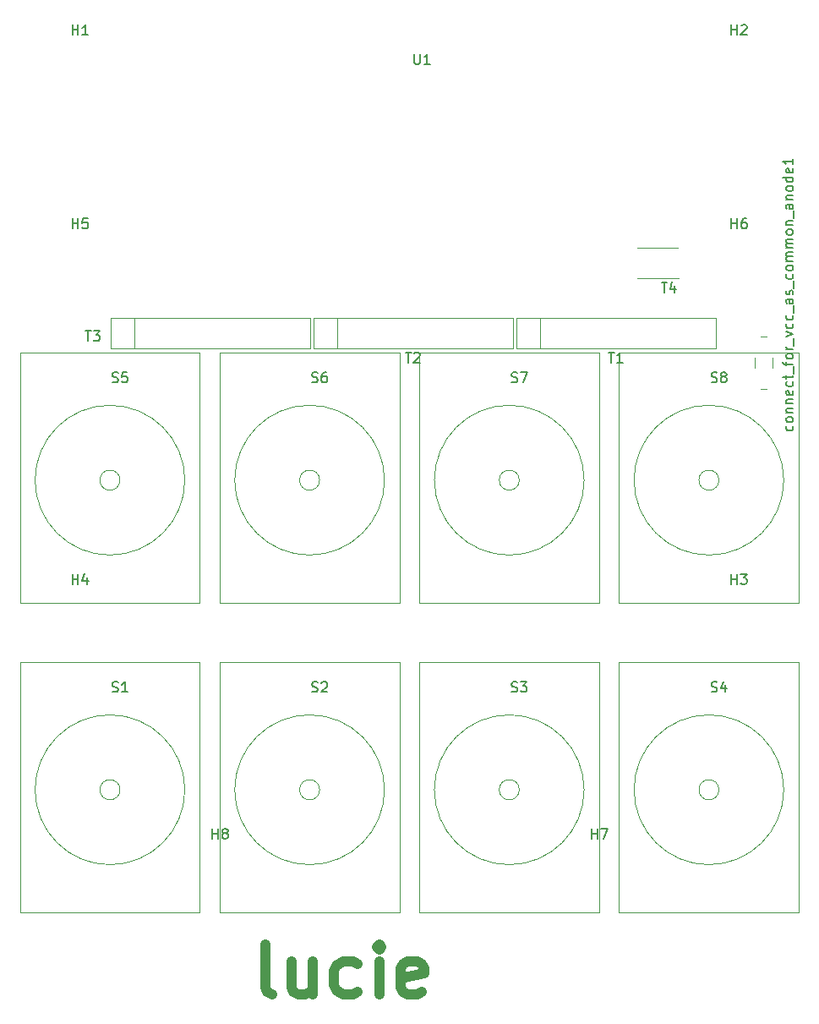
<source format=gbr>
%TF.GenerationSoftware,KiCad,Pcbnew,(6.0.0)*%
%TF.CreationDate,2022-11-14T01:45:54-08:00*%
%TF.ProjectId,button_pcb,62757474-6f6e-45f7-9063-622e6b696361,rev?*%
%TF.SameCoordinates,Original*%
%TF.FileFunction,Legend,Top*%
%TF.FilePolarity,Positive*%
%FSLAX46Y46*%
G04 Gerber Fmt 4.6, Leading zero omitted, Abs format (unit mm)*
G04 Created by KiCad (PCBNEW (6.0.0)) date 2022-11-14 01:45:54*
%MOMM*%
%LPD*%
G01*
G04 APERTURE LIST*
%ADD10C,1.000000*%
%ADD11C,0.150000*%
%ADD12C,0.120000*%
%ADD13C,0.100000*%
G04 APERTURE END LIST*
D10*
X25257142Y-97261904D02*
X24780952Y-97023809D01*
X24542857Y-96547619D01*
X24542857Y-92261904D01*
X29304761Y-93928571D02*
X29304761Y-97261904D01*
X27161904Y-93928571D02*
X27161904Y-96547619D01*
X27400000Y-97023809D01*
X27876190Y-97261904D01*
X28590476Y-97261904D01*
X29066666Y-97023809D01*
X29304761Y-96785714D01*
X33828571Y-97023809D02*
X33352380Y-97261904D01*
X32400000Y-97261904D01*
X31923809Y-97023809D01*
X31685714Y-96785714D01*
X31447619Y-96309523D01*
X31447619Y-94880952D01*
X31685714Y-94404761D01*
X31923809Y-94166666D01*
X32400000Y-93928571D01*
X33352380Y-93928571D01*
X33828571Y-94166666D01*
X35971428Y-97261904D02*
X35971428Y-93928571D01*
X35971428Y-92261904D02*
X35733333Y-92500000D01*
X35971428Y-92738095D01*
X36209523Y-92500000D01*
X35971428Y-92261904D01*
X35971428Y-92738095D01*
X40257142Y-97023809D02*
X39780952Y-97261904D01*
X38828571Y-97261904D01*
X38352380Y-97023809D01*
X38114285Y-96547619D01*
X38114285Y-94642857D01*
X38352380Y-94166666D01*
X38828571Y-93928571D01*
X39780952Y-93928571D01*
X40257142Y-94166666D01*
X40495238Y-94642857D01*
X40495238Y-95119047D01*
X38114285Y-95595238D01*
D11*
%TO.C,S8*%
X69238095Y-35904761D02*
X69380952Y-35952380D01*
X69619047Y-35952380D01*
X69714285Y-35904761D01*
X69761904Y-35857142D01*
X69809523Y-35761904D01*
X69809523Y-35666666D01*
X69761904Y-35571428D01*
X69714285Y-35523809D01*
X69619047Y-35476190D01*
X69428571Y-35428571D01*
X69333333Y-35380952D01*
X69285714Y-35333333D01*
X69238095Y-35238095D01*
X69238095Y-35142857D01*
X69285714Y-35047619D01*
X69333333Y-35000000D01*
X69428571Y-34952380D01*
X69666666Y-34952380D01*
X69809523Y-35000000D01*
X70380952Y-35380952D02*
X70285714Y-35333333D01*
X70238095Y-35285714D01*
X70190476Y-35190476D01*
X70190476Y-35142857D01*
X70238095Y-35047619D01*
X70285714Y-35000000D01*
X70380952Y-34952380D01*
X70571428Y-34952380D01*
X70666666Y-35000000D01*
X70714285Y-35047619D01*
X70761904Y-35142857D01*
X70761904Y-35190476D01*
X70714285Y-35285714D01*
X70666666Y-35333333D01*
X70571428Y-35380952D01*
X70380952Y-35380952D01*
X70285714Y-35428571D01*
X70238095Y-35476190D01*
X70190476Y-35571428D01*
X70190476Y-35761904D01*
X70238095Y-35857142D01*
X70285714Y-35904761D01*
X70380952Y-35952380D01*
X70571428Y-35952380D01*
X70666666Y-35904761D01*
X70714285Y-35857142D01*
X70761904Y-35761904D01*
X70761904Y-35571428D01*
X70714285Y-35476190D01*
X70666666Y-35428571D01*
X70571428Y-35380952D01*
%TO.C,H6*%
X71238095Y-20552380D02*
X71238095Y-19552380D01*
X71238095Y-20028571D02*
X71809523Y-20028571D01*
X71809523Y-20552380D02*
X71809523Y-19552380D01*
X72714285Y-19552380D02*
X72523809Y-19552380D01*
X72428571Y-19600000D01*
X72380952Y-19647619D01*
X72285714Y-19790476D01*
X72238095Y-19980952D01*
X72238095Y-20361904D01*
X72285714Y-20457142D01*
X72333333Y-20504761D01*
X72428571Y-20552380D01*
X72619047Y-20552380D01*
X72714285Y-20504761D01*
X72761904Y-20457142D01*
X72809523Y-20361904D01*
X72809523Y-20123809D01*
X72761904Y-20028571D01*
X72714285Y-19980952D01*
X72619047Y-19933333D01*
X72428571Y-19933333D01*
X72333333Y-19980952D01*
X72285714Y-20028571D01*
X72238095Y-20123809D01*
%TO.C,S1*%
X9238095Y-66904761D02*
X9380952Y-66952380D01*
X9619047Y-66952380D01*
X9714285Y-66904761D01*
X9761904Y-66857142D01*
X9809523Y-66761904D01*
X9809523Y-66666666D01*
X9761904Y-66571428D01*
X9714285Y-66523809D01*
X9619047Y-66476190D01*
X9428571Y-66428571D01*
X9333333Y-66380952D01*
X9285714Y-66333333D01*
X9238095Y-66238095D01*
X9238095Y-66142857D01*
X9285714Y-66047619D01*
X9333333Y-66000000D01*
X9428571Y-65952380D01*
X9666666Y-65952380D01*
X9809523Y-66000000D01*
X10761904Y-66952380D02*
X10190476Y-66952380D01*
X10476190Y-66952380D02*
X10476190Y-65952380D01*
X10380952Y-66095238D01*
X10285714Y-66190476D01*
X10190476Y-66238095D01*
%TO.C,H5*%
X5238095Y-20552380D02*
X5238095Y-19552380D01*
X5238095Y-20028571D02*
X5809523Y-20028571D01*
X5809523Y-20552380D02*
X5809523Y-19552380D01*
X6761904Y-19552380D02*
X6285714Y-19552380D01*
X6238095Y-20028571D01*
X6285714Y-19980952D01*
X6380952Y-19933333D01*
X6619047Y-19933333D01*
X6714285Y-19980952D01*
X6761904Y-20028571D01*
X6809523Y-20123809D01*
X6809523Y-20361904D01*
X6761904Y-20457142D01*
X6714285Y-20504761D01*
X6619047Y-20552380D01*
X6380952Y-20552380D01*
X6285714Y-20504761D01*
X6238095Y-20457142D01*
%TO.C,S4*%
X69238095Y-66904761D02*
X69380952Y-66952380D01*
X69619047Y-66952380D01*
X69714285Y-66904761D01*
X69761904Y-66857142D01*
X69809523Y-66761904D01*
X69809523Y-66666666D01*
X69761904Y-66571428D01*
X69714285Y-66523809D01*
X69619047Y-66476190D01*
X69428571Y-66428571D01*
X69333333Y-66380952D01*
X69285714Y-66333333D01*
X69238095Y-66238095D01*
X69238095Y-66142857D01*
X69285714Y-66047619D01*
X69333333Y-66000000D01*
X69428571Y-65952380D01*
X69666666Y-65952380D01*
X69809523Y-66000000D01*
X70666666Y-66285714D02*
X70666666Y-66952380D01*
X70428571Y-65904761D02*
X70190476Y-66619047D01*
X70809523Y-66619047D01*
%TO.C,H8*%
X19238095Y-81652380D02*
X19238095Y-80652380D01*
X19238095Y-81128571D02*
X19809523Y-81128571D01*
X19809523Y-81652380D02*
X19809523Y-80652380D01*
X20428571Y-81080952D02*
X20333333Y-81033333D01*
X20285714Y-80985714D01*
X20238095Y-80890476D01*
X20238095Y-80842857D01*
X20285714Y-80747619D01*
X20333333Y-80700000D01*
X20428571Y-80652380D01*
X20619047Y-80652380D01*
X20714285Y-80700000D01*
X20761904Y-80747619D01*
X20809523Y-80842857D01*
X20809523Y-80890476D01*
X20761904Y-80985714D01*
X20714285Y-81033333D01*
X20619047Y-81080952D01*
X20428571Y-81080952D01*
X20333333Y-81128571D01*
X20285714Y-81176190D01*
X20238095Y-81271428D01*
X20238095Y-81461904D01*
X20285714Y-81557142D01*
X20333333Y-81604761D01*
X20428571Y-81652380D01*
X20619047Y-81652380D01*
X20714285Y-81604761D01*
X20761904Y-81557142D01*
X20809523Y-81461904D01*
X20809523Y-81271428D01*
X20761904Y-81176190D01*
X20714285Y-81128571D01*
X20619047Y-81080952D01*
%TO.C,U1*%
X39481745Y-3087780D02*
X39481745Y-3897304D01*
X39529364Y-3992542D01*
X39576983Y-4040161D01*
X39672221Y-4087780D01*
X39862697Y-4087780D01*
X39957935Y-4040161D01*
X40005554Y-3992542D01*
X40053173Y-3897304D01*
X40053173Y-3087780D01*
X41053173Y-4087780D02*
X40481745Y-4087780D01*
X40767459Y-4087780D02*
X40767459Y-3087780D01*
X40672221Y-3230638D01*
X40576983Y-3325876D01*
X40481745Y-3373495D01*
%TO.C,connect_for_vcc_as_common_anode1*%
X77366761Y-40320857D02*
X77414380Y-40416095D01*
X77414380Y-40606571D01*
X77366761Y-40701809D01*
X77319142Y-40749428D01*
X77223904Y-40797047D01*
X76938190Y-40797047D01*
X76842952Y-40749428D01*
X76795333Y-40701809D01*
X76747714Y-40606571D01*
X76747714Y-40416095D01*
X76795333Y-40320857D01*
X77414380Y-39749428D02*
X77366761Y-39844666D01*
X77319142Y-39892285D01*
X77223904Y-39939904D01*
X76938190Y-39939904D01*
X76842952Y-39892285D01*
X76795333Y-39844666D01*
X76747714Y-39749428D01*
X76747714Y-39606571D01*
X76795333Y-39511333D01*
X76842952Y-39463714D01*
X76938190Y-39416095D01*
X77223904Y-39416095D01*
X77319142Y-39463714D01*
X77366761Y-39511333D01*
X77414380Y-39606571D01*
X77414380Y-39749428D01*
X76747714Y-38987523D02*
X77414380Y-38987523D01*
X76842952Y-38987523D02*
X76795333Y-38939904D01*
X76747714Y-38844666D01*
X76747714Y-38701809D01*
X76795333Y-38606571D01*
X76890571Y-38558952D01*
X77414380Y-38558952D01*
X76747714Y-38082761D02*
X77414380Y-38082761D01*
X76842952Y-38082761D02*
X76795333Y-38035142D01*
X76747714Y-37939904D01*
X76747714Y-37797047D01*
X76795333Y-37701809D01*
X76890571Y-37654190D01*
X77414380Y-37654190D01*
X77366761Y-36797047D02*
X77414380Y-36892285D01*
X77414380Y-37082761D01*
X77366761Y-37178000D01*
X77271523Y-37225619D01*
X76890571Y-37225619D01*
X76795333Y-37178000D01*
X76747714Y-37082761D01*
X76747714Y-36892285D01*
X76795333Y-36797047D01*
X76890571Y-36749428D01*
X76985809Y-36749428D01*
X77081047Y-37225619D01*
X77366761Y-35892285D02*
X77414380Y-35987523D01*
X77414380Y-36178000D01*
X77366761Y-36273238D01*
X77319142Y-36320857D01*
X77223904Y-36368476D01*
X76938190Y-36368476D01*
X76842952Y-36320857D01*
X76795333Y-36273238D01*
X76747714Y-36178000D01*
X76747714Y-35987523D01*
X76795333Y-35892285D01*
X76747714Y-35606571D02*
X76747714Y-35225619D01*
X76414380Y-35463714D02*
X77271523Y-35463714D01*
X77366761Y-35416095D01*
X77414380Y-35320857D01*
X77414380Y-35225619D01*
X77509619Y-35130380D02*
X77509619Y-34368476D01*
X76747714Y-34273238D02*
X76747714Y-33892285D01*
X77414380Y-34130380D02*
X76557238Y-34130380D01*
X76462000Y-34082761D01*
X76414380Y-33987523D01*
X76414380Y-33892285D01*
X77414380Y-33416095D02*
X77366761Y-33511333D01*
X77319142Y-33558952D01*
X77223904Y-33606571D01*
X76938190Y-33606571D01*
X76842952Y-33558952D01*
X76795333Y-33511333D01*
X76747714Y-33416095D01*
X76747714Y-33273238D01*
X76795333Y-33178000D01*
X76842952Y-33130380D01*
X76938190Y-33082761D01*
X77223904Y-33082761D01*
X77319142Y-33130380D01*
X77366761Y-33178000D01*
X77414380Y-33273238D01*
X77414380Y-33416095D01*
X77414380Y-32654190D02*
X76747714Y-32654190D01*
X76938190Y-32654190D02*
X76842952Y-32606571D01*
X76795333Y-32558952D01*
X76747714Y-32463714D01*
X76747714Y-32368476D01*
X77509619Y-32273238D02*
X77509619Y-31511333D01*
X76747714Y-31368476D02*
X77414380Y-31130380D01*
X76747714Y-30892285D01*
X77366761Y-30082761D02*
X77414380Y-30178000D01*
X77414380Y-30368476D01*
X77366761Y-30463714D01*
X77319142Y-30511333D01*
X77223904Y-30558952D01*
X76938190Y-30558952D01*
X76842952Y-30511333D01*
X76795333Y-30463714D01*
X76747714Y-30368476D01*
X76747714Y-30178000D01*
X76795333Y-30082761D01*
X77366761Y-29225619D02*
X77414380Y-29320857D01*
X77414380Y-29511333D01*
X77366761Y-29606571D01*
X77319142Y-29654190D01*
X77223904Y-29701809D01*
X76938190Y-29701809D01*
X76842952Y-29654190D01*
X76795333Y-29606571D01*
X76747714Y-29511333D01*
X76747714Y-29320857D01*
X76795333Y-29225619D01*
X77509619Y-29035142D02*
X77509619Y-28273238D01*
X77414380Y-27606571D02*
X76890571Y-27606571D01*
X76795333Y-27654190D01*
X76747714Y-27749428D01*
X76747714Y-27939904D01*
X76795333Y-28035142D01*
X77366761Y-27606571D02*
X77414380Y-27701809D01*
X77414380Y-27939904D01*
X77366761Y-28035142D01*
X77271523Y-28082761D01*
X77176285Y-28082761D01*
X77081047Y-28035142D01*
X77033428Y-27939904D01*
X77033428Y-27701809D01*
X76985809Y-27606571D01*
X77366761Y-27178000D02*
X77414380Y-27082761D01*
X77414380Y-26892285D01*
X77366761Y-26797047D01*
X77271523Y-26749428D01*
X77223904Y-26749428D01*
X77128666Y-26797047D01*
X77081047Y-26892285D01*
X77081047Y-27035142D01*
X77033428Y-27130380D01*
X76938190Y-27178000D01*
X76890571Y-27178000D01*
X76795333Y-27130380D01*
X76747714Y-27035142D01*
X76747714Y-26892285D01*
X76795333Y-26797047D01*
X77509619Y-26558952D02*
X77509619Y-25797047D01*
X77366761Y-25130380D02*
X77414380Y-25225619D01*
X77414380Y-25416095D01*
X77366761Y-25511333D01*
X77319142Y-25558952D01*
X77223904Y-25606571D01*
X76938190Y-25606571D01*
X76842952Y-25558952D01*
X76795333Y-25511333D01*
X76747714Y-25416095D01*
X76747714Y-25225619D01*
X76795333Y-25130380D01*
X77414380Y-24558952D02*
X77366761Y-24654190D01*
X77319142Y-24701809D01*
X77223904Y-24749428D01*
X76938190Y-24749428D01*
X76842952Y-24701809D01*
X76795333Y-24654190D01*
X76747714Y-24558952D01*
X76747714Y-24416095D01*
X76795333Y-24320857D01*
X76842952Y-24273238D01*
X76938190Y-24225619D01*
X77223904Y-24225619D01*
X77319142Y-24273238D01*
X77366761Y-24320857D01*
X77414380Y-24416095D01*
X77414380Y-24558952D01*
X77414380Y-23797047D02*
X76747714Y-23797047D01*
X76842952Y-23797047D02*
X76795333Y-23749428D01*
X76747714Y-23654190D01*
X76747714Y-23511333D01*
X76795333Y-23416095D01*
X76890571Y-23368476D01*
X77414380Y-23368476D01*
X76890571Y-23368476D02*
X76795333Y-23320857D01*
X76747714Y-23225619D01*
X76747714Y-23082761D01*
X76795333Y-22987523D01*
X76890571Y-22939904D01*
X77414380Y-22939904D01*
X77414380Y-22463714D02*
X76747714Y-22463714D01*
X76842952Y-22463714D02*
X76795333Y-22416095D01*
X76747714Y-22320857D01*
X76747714Y-22178000D01*
X76795333Y-22082761D01*
X76890571Y-22035142D01*
X77414380Y-22035142D01*
X76890571Y-22035142D02*
X76795333Y-21987523D01*
X76747714Y-21892285D01*
X76747714Y-21749428D01*
X76795333Y-21654190D01*
X76890571Y-21606571D01*
X77414380Y-21606571D01*
X77414380Y-20987523D02*
X77366761Y-21082761D01*
X77319142Y-21130380D01*
X77223904Y-21178000D01*
X76938190Y-21178000D01*
X76842952Y-21130380D01*
X76795333Y-21082761D01*
X76747714Y-20987523D01*
X76747714Y-20844666D01*
X76795333Y-20749428D01*
X76842952Y-20701809D01*
X76938190Y-20654190D01*
X77223904Y-20654190D01*
X77319142Y-20701809D01*
X77366761Y-20749428D01*
X77414380Y-20844666D01*
X77414380Y-20987523D01*
X76747714Y-20225619D02*
X77414380Y-20225619D01*
X76842952Y-20225619D02*
X76795333Y-20178000D01*
X76747714Y-20082761D01*
X76747714Y-19939904D01*
X76795333Y-19844666D01*
X76890571Y-19797047D01*
X77414380Y-19797047D01*
X77509619Y-19558952D02*
X77509619Y-18797047D01*
X77414380Y-18130380D02*
X76890571Y-18130380D01*
X76795333Y-18178000D01*
X76747714Y-18273238D01*
X76747714Y-18463714D01*
X76795333Y-18558952D01*
X77366761Y-18130380D02*
X77414380Y-18225619D01*
X77414380Y-18463714D01*
X77366761Y-18558952D01*
X77271523Y-18606571D01*
X77176285Y-18606571D01*
X77081047Y-18558952D01*
X77033428Y-18463714D01*
X77033428Y-18225619D01*
X76985809Y-18130380D01*
X76747714Y-17654190D02*
X77414380Y-17654190D01*
X76842952Y-17654190D02*
X76795333Y-17606571D01*
X76747714Y-17511333D01*
X76747714Y-17368476D01*
X76795333Y-17273238D01*
X76890571Y-17225619D01*
X77414380Y-17225619D01*
X77414380Y-16606571D02*
X77366761Y-16701809D01*
X77319142Y-16749428D01*
X77223904Y-16797047D01*
X76938190Y-16797047D01*
X76842952Y-16749428D01*
X76795333Y-16701809D01*
X76747714Y-16606571D01*
X76747714Y-16463714D01*
X76795333Y-16368476D01*
X76842952Y-16320857D01*
X76938190Y-16273238D01*
X77223904Y-16273238D01*
X77319142Y-16320857D01*
X77366761Y-16368476D01*
X77414380Y-16463714D01*
X77414380Y-16606571D01*
X77414380Y-15416095D02*
X76414380Y-15416095D01*
X77366761Y-15416095D02*
X77414380Y-15511333D01*
X77414380Y-15701809D01*
X77366761Y-15797047D01*
X77319142Y-15844666D01*
X77223904Y-15892285D01*
X76938190Y-15892285D01*
X76842952Y-15844666D01*
X76795333Y-15797047D01*
X76747714Y-15701809D01*
X76747714Y-15511333D01*
X76795333Y-15416095D01*
X77366761Y-14558952D02*
X77414380Y-14654190D01*
X77414380Y-14844666D01*
X77366761Y-14939904D01*
X77271523Y-14987523D01*
X76890571Y-14987523D01*
X76795333Y-14939904D01*
X76747714Y-14844666D01*
X76747714Y-14654190D01*
X76795333Y-14558952D01*
X76890571Y-14511333D01*
X76985809Y-14511333D01*
X77081047Y-14987523D01*
X77414380Y-13558952D02*
X77414380Y-14130380D01*
X77414380Y-13844666D02*
X76414380Y-13844666D01*
X76557238Y-13939904D01*
X76652476Y-14035142D01*
X76700095Y-14130380D01*
%TO.C,S7*%
X49238095Y-35904761D02*
X49380952Y-35952380D01*
X49619047Y-35952380D01*
X49714285Y-35904761D01*
X49761904Y-35857142D01*
X49809523Y-35761904D01*
X49809523Y-35666666D01*
X49761904Y-35571428D01*
X49714285Y-35523809D01*
X49619047Y-35476190D01*
X49428571Y-35428571D01*
X49333333Y-35380952D01*
X49285714Y-35333333D01*
X49238095Y-35238095D01*
X49238095Y-35142857D01*
X49285714Y-35047619D01*
X49333333Y-35000000D01*
X49428571Y-34952380D01*
X49666666Y-34952380D01*
X49809523Y-35000000D01*
X50142857Y-34952380D02*
X50809523Y-34952380D01*
X50380952Y-35952380D01*
%TO.C,T2*%
X38608095Y-32972380D02*
X39179523Y-32972380D01*
X38893809Y-33972380D02*
X38893809Y-32972380D01*
X39465238Y-33067619D02*
X39512857Y-33020000D01*
X39608095Y-32972380D01*
X39846190Y-32972380D01*
X39941428Y-33020000D01*
X39989047Y-33067619D01*
X40036666Y-33162857D01*
X40036666Y-33258095D01*
X39989047Y-33400952D01*
X39417619Y-33972380D01*
X40036666Y-33972380D01*
%TO.C,H4*%
X5238095Y-56152380D02*
X5238095Y-55152380D01*
X5238095Y-55628571D02*
X5809523Y-55628571D01*
X5809523Y-56152380D02*
X5809523Y-55152380D01*
X6714285Y-55485714D02*
X6714285Y-56152380D01*
X6476190Y-55104761D02*
X6238095Y-55819047D01*
X6857142Y-55819047D01*
%TO.C,T1*%
X58928095Y-32972380D02*
X59499523Y-32972380D01*
X59213809Y-33972380D02*
X59213809Y-32972380D01*
X60356666Y-33972380D02*
X59785238Y-33972380D01*
X60070952Y-33972380D02*
X60070952Y-32972380D01*
X59975714Y-33115238D01*
X59880476Y-33210476D01*
X59785238Y-33258095D01*
%TO.C,S5*%
X9238095Y-35904761D02*
X9380952Y-35952380D01*
X9619047Y-35952380D01*
X9714285Y-35904761D01*
X9761904Y-35857142D01*
X9809523Y-35761904D01*
X9809523Y-35666666D01*
X9761904Y-35571428D01*
X9714285Y-35523809D01*
X9619047Y-35476190D01*
X9428571Y-35428571D01*
X9333333Y-35380952D01*
X9285714Y-35333333D01*
X9238095Y-35238095D01*
X9238095Y-35142857D01*
X9285714Y-35047619D01*
X9333333Y-35000000D01*
X9428571Y-34952380D01*
X9666666Y-34952380D01*
X9809523Y-35000000D01*
X10714285Y-34952380D02*
X10238095Y-34952380D01*
X10190476Y-35428571D01*
X10238095Y-35380952D01*
X10333333Y-35333333D01*
X10571428Y-35333333D01*
X10666666Y-35380952D01*
X10714285Y-35428571D01*
X10761904Y-35523809D01*
X10761904Y-35761904D01*
X10714285Y-35857142D01*
X10666666Y-35904761D01*
X10571428Y-35952380D01*
X10333333Y-35952380D01*
X10238095Y-35904761D01*
X10190476Y-35857142D01*
%TO.C,S2*%
X29238095Y-66904761D02*
X29380952Y-66952380D01*
X29619047Y-66952380D01*
X29714285Y-66904761D01*
X29761904Y-66857142D01*
X29809523Y-66761904D01*
X29809523Y-66666666D01*
X29761904Y-66571428D01*
X29714285Y-66523809D01*
X29619047Y-66476190D01*
X29428571Y-66428571D01*
X29333333Y-66380952D01*
X29285714Y-66333333D01*
X29238095Y-66238095D01*
X29238095Y-66142857D01*
X29285714Y-66047619D01*
X29333333Y-66000000D01*
X29428571Y-65952380D01*
X29666666Y-65952380D01*
X29809523Y-66000000D01*
X30190476Y-66047619D02*
X30238095Y-66000000D01*
X30333333Y-65952380D01*
X30571428Y-65952380D01*
X30666666Y-66000000D01*
X30714285Y-66047619D01*
X30761904Y-66142857D01*
X30761904Y-66238095D01*
X30714285Y-66380952D01*
X30142857Y-66952380D01*
X30761904Y-66952380D01*
%TO.C,S6*%
X29238095Y-35904761D02*
X29380952Y-35952380D01*
X29619047Y-35952380D01*
X29714285Y-35904761D01*
X29761904Y-35857142D01*
X29809523Y-35761904D01*
X29809523Y-35666666D01*
X29761904Y-35571428D01*
X29714285Y-35523809D01*
X29619047Y-35476190D01*
X29428571Y-35428571D01*
X29333333Y-35380952D01*
X29285714Y-35333333D01*
X29238095Y-35238095D01*
X29238095Y-35142857D01*
X29285714Y-35047619D01*
X29333333Y-35000000D01*
X29428571Y-34952380D01*
X29666666Y-34952380D01*
X29809523Y-35000000D01*
X30666666Y-34952380D02*
X30476190Y-34952380D01*
X30380952Y-35000000D01*
X30333333Y-35047619D01*
X30238095Y-35190476D01*
X30190476Y-35380952D01*
X30190476Y-35761904D01*
X30238095Y-35857142D01*
X30285714Y-35904761D01*
X30380952Y-35952380D01*
X30571428Y-35952380D01*
X30666666Y-35904761D01*
X30714285Y-35857142D01*
X30761904Y-35761904D01*
X30761904Y-35523809D01*
X30714285Y-35428571D01*
X30666666Y-35380952D01*
X30571428Y-35333333D01*
X30380952Y-35333333D01*
X30285714Y-35380952D01*
X30238095Y-35428571D01*
X30190476Y-35523809D01*
%TO.C,T3*%
X6540395Y-30817380D02*
X7111823Y-30817380D01*
X6826109Y-31817380D02*
X6826109Y-30817380D01*
X7349919Y-30817380D02*
X7968966Y-30817380D01*
X7635633Y-31198333D01*
X7778490Y-31198333D01*
X7873728Y-31245952D01*
X7921347Y-31293571D01*
X7968966Y-31388809D01*
X7968966Y-31626904D01*
X7921347Y-31722142D01*
X7873728Y-31769761D01*
X7778490Y-31817380D01*
X7492776Y-31817380D01*
X7397538Y-31769761D01*
X7349919Y-31722142D01*
%TO.C,S3*%
X49238095Y-66904761D02*
X49380952Y-66952380D01*
X49619047Y-66952380D01*
X49714285Y-66904761D01*
X49761904Y-66857142D01*
X49809523Y-66761904D01*
X49809523Y-66666666D01*
X49761904Y-66571428D01*
X49714285Y-66523809D01*
X49619047Y-66476190D01*
X49428571Y-66428571D01*
X49333333Y-66380952D01*
X49285714Y-66333333D01*
X49238095Y-66238095D01*
X49238095Y-66142857D01*
X49285714Y-66047619D01*
X49333333Y-66000000D01*
X49428571Y-65952380D01*
X49666666Y-65952380D01*
X49809523Y-66000000D01*
X50142857Y-65952380D02*
X50761904Y-65952380D01*
X50428571Y-66333333D01*
X50571428Y-66333333D01*
X50666666Y-66380952D01*
X50714285Y-66428571D01*
X50761904Y-66523809D01*
X50761904Y-66761904D01*
X50714285Y-66857142D01*
X50666666Y-66904761D01*
X50571428Y-66952380D01*
X50285714Y-66952380D01*
X50190476Y-66904761D01*
X50142857Y-66857142D01*
%TO.C,T4*%
X64238095Y-25952380D02*
X64809523Y-25952380D01*
X64523809Y-26952380D02*
X64523809Y-25952380D01*
X65571428Y-26285714D02*
X65571428Y-26952380D01*
X65333333Y-25904761D02*
X65095238Y-26619047D01*
X65714285Y-26619047D01*
%TO.C,H1*%
X5238095Y-1152380D02*
X5238095Y-152380D01*
X5238095Y-628571D02*
X5809523Y-628571D01*
X5809523Y-1152380D02*
X5809523Y-152380D01*
X6809523Y-1152380D02*
X6238095Y-1152380D01*
X6523809Y-1152380D02*
X6523809Y-152380D01*
X6428571Y-295238D01*
X6333333Y-390476D01*
X6238095Y-438095D01*
%TO.C,H3*%
X71238095Y-56152380D02*
X71238095Y-55152380D01*
X71238095Y-55628571D02*
X71809523Y-55628571D01*
X71809523Y-56152380D02*
X71809523Y-55152380D01*
X72190476Y-55152380D02*
X72809523Y-55152380D01*
X72476190Y-55533333D01*
X72619047Y-55533333D01*
X72714285Y-55580952D01*
X72761904Y-55628571D01*
X72809523Y-55723809D01*
X72809523Y-55961904D01*
X72761904Y-56057142D01*
X72714285Y-56104761D01*
X72619047Y-56152380D01*
X72333333Y-56152380D01*
X72238095Y-56104761D01*
X72190476Y-56057142D01*
%TO.C,H2*%
X71238095Y-1152380D02*
X71238095Y-152380D01*
X71238095Y-628571D02*
X71809523Y-628571D01*
X71809523Y-1152380D02*
X71809523Y-152380D01*
X72238095Y-247619D02*
X72285714Y-200000D01*
X72380952Y-152380D01*
X72619047Y-152380D01*
X72714285Y-200000D01*
X72761904Y-247619D01*
X72809523Y-342857D01*
X72809523Y-438095D01*
X72761904Y-580952D01*
X72190476Y-1152380D01*
X72809523Y-1152380D01*
%TO.C,H7*%
X57238095Y-81652380D02*
X57238095Y-80652380D01*
X57238095Y-81128571D02*
X57809523Y-81128571D01*
X57809523Y-81652380D02*
X57809523Y-80652380D01*
X58190476Y-80652380D02*
X58857142Y-80652380D01*
X58428571Y-81652380D01*
D12*
%TO.C,S8*%
X78000000Y-34000000D02*
X78000000Y-58000000D01*
X78000000Y-33000000D02*
X78000000Y-34000000D01*
X60000000Y-33000000D02*
X60000000Y-34000000D01*
X78000000Y-58000000D02*
X60000000Y-58000000D01*
X60000000Y-33000000D02*
X78000000Y-33000000D01*
X60000000Y-58000000D02*
X60000000Y-34000000D01*
X76500000Y-45750000D02*
G75*
G03*
X76500000Y-45750000I-7500000J0D01*
G01*
X70001249Y-45750000D02*
G75*
G03*
X70001249Y-45750000I-1001249J0D01*
G01*
%TO.C,S1*%
X0Y-89000000D02*
X0Y-65000000D01*
X0Y-64000000D02*
X0Y-65000000D01*
X0Y-64000000D02*
X18000000Y-64000000D01*
X18000000Y-89000000D02*
X0Y-89000000D01*
X18000000Y-65000000D02*
X18000000Y-89000000D01*
X18000000Y-64000000D02*
X18000000Y-65000000D01*
X10001249Y-76750000D02*
G75*
G03*
X10001249Y-76750000I-1001249J0D01*
G01*
X16500000Y-76750000D02*
G75*
G03*
X16500000Y-76750000I-7500000J0D01*
G01*
%TO.C,S4*%
X78000000Y-89000000D02*
X60000000Y-89000000D01*
X60000000Y-64000000D02*
X78000000Y-64000000D01*
X60000000Y-89000000D02*
X60000000Y-65000000D01*
X78000000Y-65000000D02*
X78000000Y-89000000D01*
X60000000Y-64000000D02*
X60000000Y-65000000D01*
X78000000Y-64000000D02*
X78000000Y-65000000D01*
X76500000Y-76750000D02*
G75*
G03*
X76500000Y-76750000I-7500000J0D01*
G01*
X70001249Y-76750000D02*
G75*
G03*
X70001249Y-76750000I-1001249J0D01*
G01*
D13*
%TO.C,connect_for_vcc_as_common_anode1*%
X75400000Y-34000000D02*
X75400000Y-33500000D01*
X75400000Y-34000000D02*
X75400000Y-34500000D01*
X74200000Y-36600000D02*
X74800000Y-36600000D01*
X73600000Y-34000000D02*
X73600000Y-33500000D01*
X73600000Y-34000000D02*
X73600000Y-34500000D01*
X74200000Y-31400000D02*
X74800000Y-31400000D01*
D12*
%TO.C,S7*%
X58000000Y-58000000D02*
X40000000Y-58000000D01*
X40000000Y-33000000D02*
X58000000Y-33000000D01*
X40000000Y-58000000D02*
X40000000Y-34000000D01*
X40000000Y-33000000D02*
X40000000Y-34000000D01*
X58000000Y-33000000D02*
X58000000Y-34000000D01*
X58000000Y-34000000D02*
X58000000Y-58000000D01*
X50001249Y-45750000D02*
G75*
G03*
X50001249Y-45750000I-1001249J0D01*
G01*
X56500000Y-45750000D02*
G75*
G03*
X56500000Y-45750000I-7500000J0D01*
G01*
%TO.C,T2*%
X29380000Y-32520000D02*
X29380000Y-29520000D01*
X29380000Y-29520000D02*
X49360000Y-29520000D01*
X49360000Y-32520000D02*
X29380000Y-32520000D01*
X49360000Y-29520000D02*
X49360000Y-32520000D01*
X31750000Y-29520000D02*
X31750000Y-32520000D01*
%TO.C,T1*%
X49700000Y-29520000D02*
X69680000Y-29520000D01*
X69680000Y-29520000D02*
X69680000Y-32520000D01*
X52070000Y-29520000D02*
X52070000Y-32520000D01*
X49700000Y-32520000D02*
X49700000Y-29520000D01*
X69680000Y-32520000D02*
X49700000Y-32520000D01*
%TO.C,S5*%
X18000000Y-58000000D02*
X0Y-58000000D01*
X0Y-58000000D02*
X0Y-34000000D01*
X0Y-33000000D02*
X18000000Y-33000000D01*
X18000000Y-34000000D02*
X18000000Y-58000000D01*
X18000000Y-33000000D02*
X18000000Y-34000000D01*
X0Y-33000000D02*
X0Y-34000000D01*
X10001249Y-45750000D02*
G75*
G03*
X10001249Y-45750000I-1001249J0D01*
G01*
X16500000Y-45750000D02*
G75*
G03*
X16500000Y-45750000I-7500000J0D01*
G01*
%TO.C,S2*%
X20000000Y-64000000D02*
X20000000Y-65000000D01*
X20000000Y-64000000D02*
X38000000Y-64000000D01*
X38000000Y-65000000D02*
X38000000Y-89000000D01*
X38000000Y-64000000D02*
X38000000Y-65000000D01*
X20000000Y-89000000D02*
X20000000Y-65000000D01*
X38000000Y-89000000D02*
X20000000Y-89000000D01*
X30001249Y-76750000D02*
G75*
G03*
X30001249Y-76750000I-1001249J0D01*
G01*
X36500000Y-76750000D02*
G75*
G03*
X36500000Y-76750000I-7500000J0D01*
G01*
%TO.C,S6*%
X38000000Y-33000000D02*
X38000000Y-34000000D01*
X38000000Y-58000000D02*
X20000000Y-58000000D01*
X20000000Y-58000000D02*
X20000000Y-34000000D01*
X38000000Y-34000000D02*
X38000000Y-58000000D01*
X20000000Y-33000000D02*
X38000000Y-33000000D01*
X20000000Y-33000000D02*
X20000000Y-34000000D01*
X36500000Y-45750000D02*
G75*
G03*
X36500000Y-45750000I-7500000J0D01*
G01*
X30001249Y-45750000D02*
G75*
G03*
X30001249Y-45750000I-1001249J0D01*
G01*
%TO.C,T3*%
X29040000Y-29520000D02*
X29040000Y-32520000D01*
X9060000Y-29520000D02*
X29040000Y-29520000D01*
X9060000Y-32520000D02*
X9060000Y-29520000D01*
X11430000Y-29520000D02*
X11430000Y-32520000D01*
X29040000Y-32520000D02*
X9060000Y-32520000D01*
%TO.C,S3*%
X40000000Y-64000000D02*
X58000000Y-64000000D01*
X40000000Y-89000000D02*
X40000000Y-65000000D01*
X40000000Y-64000000D02*
X40000000Y-65000000D01*
X58000000Y-89000000D02*
X40000000Y-89000000D01*
X58000000Y-64000000D02*
X58000000Y-65000000D01*
X58000000Y-65000000D02*
X58000000Y-89000000D01*
X50001249Y-76750000D02*
G75*
G03*
X50001249Y-76750000I-1001249J0D01*
G01*
X56500000Y-76750000D02*
G75*
G03*
X56500000Y-76750000I-7500000J0D01*
G01*
%TO.C,T4*%
X61825000Y-22500000D02*
X65914400Y-22500000D01*
X65939800Y-25500000D02*
X61825000Y-25500000D01*
%TD*%
M02*

</source>
